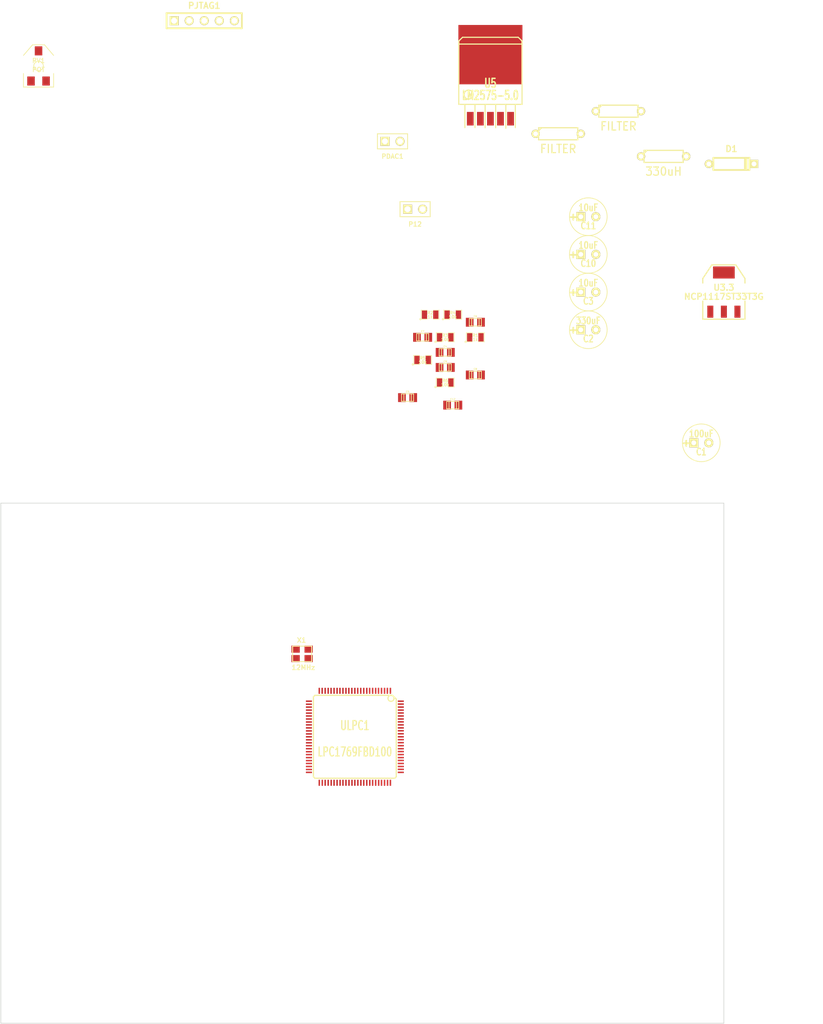
<source format=kicad_pcb>
(kicad_pcb (version 3) (host pcbnew "(2013-07-07 BZR 4022)-stable")

  (general
    (links 74)
    (no_connects 74)
    (area 0 0 0 0)
    (thickness 1.6)
    (drawings 6)
    (tracks 0)
    (zones 0)
    (modules 30)
    (nets 18)
  )

  (page A3)
  (layers
    (15 F.Cu signal)
    (0 B.Cu signal)
    (16 B.Adhes user)
    (17 F.Adhes user)
    (18 B.Paste user)
    (19 F.Paste user)
    (20 B.SilkS user)
    (21 F.SilkS user)
    (22 B.Mask user)
    (23 F.Mask user)
    (24 Dwgs.User user)
    (25 Cmts.User user)
    (26 Eco1.User user)
    (27 Eco2.User user)
    (28 Edge.Cuts user)
  )

  (setup
    (last_trace_width 0.254)
    (user_trace_width 0.635)
    (user_trace_width 1.27)
    (user_trace_width 1.905)
    (trace_clearance 0.254)
    (zone_clearance 0.508)
    (zone_45_only no)
    (trace_min 0.254)
    (segment_width 0.2)
    (edge_width 0.1)
    (via_size 0.889)
    (via_drill 0.635)
    (via_min_size 0.889)
    (via_min_drill 0.508)
    (uvia_size 0.508)
    (uvia_drill 0.127)
    (uvias_allowed no)
    (uvia_min_size 0.508)
    (uvia_min_drill 0.127)
    (pcb_text_width 0.3)
    (pcb_text_size 1.5 1.5)
    (mod_edge_width 0.15)
    (mod_text_size 1 1)
    (mod_text_width 0.15)
    (pad_size 1.5 1.5)
    (pad_drill 0.6)
    (pad_to_mask_clearance 0)
    (aux_axis_origin 0 0)
    (visible_elements 7FFFFFFF)
    (pcbplotparams
      (layerselection 3178497)
      (usegerberextensions true)
      (excludeedgelayer true)
      (linewidth 0.150000)
      (plotframeref false)
      (viasonmask false)
      (mode 1)
      (useauxorigin false)
      (hpglpennumber 1)
      (hpglpenspeed 20)
      (hpglpendiameter 15)
      (hpglpenoverlay 2)
      (psnegative false)
      (psa4output false)
      (plotreference true)
      (plotvalue true)
      (plotothertext true)
      (plotinvisibletext false)
      (padsonsilk false)
      (subtractmaskfromsilk false)
      (outputformat 1)
      (mirror false)
      (drillshape 0)
      (scaleselection 1)
      (outputdirectory ""))
  )

  (net 0 "")
  (net 1 +3.3V)
  (net 2 +3.3VADC)
  (net 3 +5V)
  (net 4 GND)
  (net 5 GNDA)
  (net 6 N-000002)
  (net 7 N-0000028)
  (net 8 N-000003)
  (net 9 N-0000031)
  (net 10 N-0000032)
  (net 11 N-0000034)
  (net 12 N-0000086)
  (net 13 N-0000087)
  (net 14 N-0000088)
  (net 15 N-0000089)
  (net 16 N-0000091)
  (net 17 N-0000092)

  (net_class Default "This is the default net class."
    (clearance 0.254)
    (trace_width 0.254)
    (via_dia 0.889)
    (via_drill 0.635)
    (uvia_dia 0.508)
    (uvia_drill 0.127)
    (add_net "")
    (add_net +3.3V)
    (add_net +3.3VADC)
    (add_net +5V)
    (add_net GND)
    (add_net GNDA)
    (add_net N-000002)
    (add_net N-0000028)
    (add_net N-000003)
    (add_net N-0000031)
    (add_net N-0000032)
    (add_net N-0000034)
    (add_net N-0000086)
    (add_net N-0000087)
    (add_net N-0000088)
    (add_net N-0000089)
    (add_net N-0000091)
    (add_net N-0000092)
  )

  (module TQFP_100 (layer F.Cu) (tedit 48A96DC3) (tstamp 55F731BD)
    (at 200.66 186.69)
    (descr "Module SMD TQFP 100 Pins")
    (tags "CMS TQFP")
    (path /55F71163)
    (attr smd)
    (fp_text reference ULPC1 (at 0 -1.905) (layer F.SilkS)
      (effects (font (size 1.524 1.016) (thickness 0.2032)))
    )
    (fp_text value LPC1769FBD100 (at 0 2.54) (layer F.SilkS)
      (effects (font (size 1.524 1.016) (thickness 0.2032)))
    )
    (fp_circle (center 6.096 -6.477) (end 6.096 -6.985) (layer F.SilkS) (width 0.2032))
    (fp_line (start 6.985 -6.35) (end 6.35 -6.985) (layer F.SilkS) (width 0.2032))
    (fp_line (start -6.985 -6.731) (end -6.731 -6.985) (layer F.SilkS) (width 0.2032))
    (fp_line (start -6.985 6.731) (end -6.731 6.985) (layer F.SilkS) (width 0.2032))
    (fp_line (start 6.731 6.985) (end 6.985 6.731) (layer F.SilkS) (width 0.2032))
    (fp_line (start 6.35 -6.985) (end -6.731 -6.985) (layer F.SilkS) (width 0.2032))
    (fp_line (start -6.985 -6.731) (end -6.985 6.731) (layer F.SilkS) (width 0.2032))
    (fp_line (start -6.731 6.985) (end 6.731 6.985) (layer F.SilkS) (width 0.2032))
    (fp_line (start 6.985 6.731) (end 6.985 -6.35) (layer F.SilkS) (width 0.2032))
    (pad 100 smd rect (at 7.747 -5.9944) (size 1.016 0.254)
      (layers F.Cu F.Paste F.Mask)
      (net 9 N-0000031)
    )
    (pad 76 smd rect (at 7.747 5.9944) (size 1.016 0.254)
      (layers F.Cu F.Paste F.Mask)
    )
    (pad 77 smd rect (at 7.747 5.4864) (size 1.016 0.254)
      (layers F.Cu F.Paste F.Mask)
    )
    (pad 78 smd rect (at 7.747 5.0038) (size 1.016 0.254)
      (layers F.Cu F.Paste F.Mask)
    )
    (pad 79 smd rect (at 7.747 4.4958) (size 1.016 0.254)
      (layers F.Cu F.Paste F.Mask)
    )
    (pad 80 smd rect (at 7.747 3.9878) (size 1.016 0.254)
      (layers F.Cu F.Paste F.Mask)
    )
    (pad 81 smd rect (at 7.747 3.5052) (size 1.016 0.254)
      (layers F.Cu F.Paste F.Mask)
    )
    (pad 82 smd rect (at 7.747 2.9972) (size 1.016 0.254)
      (layers F.Cu F.Paste F.Mask)
    )
    (pad 83 smd rect (at 7.747 2.4892) (size 1.016 0.254)
      (layers F.Cu F.Paste F.Mask)
      (net 4 GND)
    )
    (pad 84 smd rect (at 7.747 2.0066) (size 1.016 0.254)
      (layers F.Cu F.Paste F.Mask)
      (net 1 +3.3V)
    )
    (pad 85 smd rect (at 7.747 1.4986) (size 1.016 0.254)
      (layers F.Cu F.Paste F.Mask)
    )
    (pad 86 smd rect (at 7.747 0.9906) (size 1.016 0.254)
      (layers F.Cu F.Paste F.Mask)
    )
    (pad 87 smd rect (at 7.747 0.4826) (size 1.016 0.254)
      (layers F.Cu F.Paste F.Mask)
    )
    (pad 88 smd rect (at 7.747 0) (size 1.016 0.254)
      (layers F.Cu F.Paste F.Mask)
    )
    (pad 89 smd rect (at 7.747 -0.508) (size 1.016 0.254)
      (layers F.Cu F.Paste F.Mask)
    )
    (pad 90 smd rect (at 7.747 -1.016) (size 1.016 0.254)
      (layers F.Cu F.Paste F.Mask)
    )
    (pad 91 smd rect (at 7.747 -1.4986) (size 1.016 0.254)
      (layers F.Cu F.Paste F.Mask)
    )
    (pad 92 smd rect (at 7.747 -2.0066) (size 1.016 0.254)
      (layers F.Cu F.Paste F.Mask)
    )
    (pad 93 smd rect (at 7.747 -2.5146) (size 1.016 0.254)
      (layers F.Cu F.Paste F.Mask)
    )
    (pad 94 smd rect (at 7.747 -2.9972) (size 1.016 0.254)
      (layers F.Cu F.Paste F.Mask)
    )
    (pad 95 smd rect (at 7.747 -3.5052) (size 1.016 0.254)
      (layers F.Cu F.Paste F.Mask)
    )
    (pad 96 smd rect (at 7.747 -4.0132) (size 1.016 0.254)
      (layers F.Cu F.Paste F.Mask)
      (net 1 +3.3V)
    )
    (pad 97 smd rect (at 7.747 -4.4958) (size 1.016 0.254)
      (layers F.Cu F.Paste F.Mask)
      (net 4 GND)
    )
    (pad 98 smd rect (at 7.747 -5.0038) (size 1.016 0.254)
      (layers F.Cu F.Paste F.Mask)
    )
    (pad 99 smd rect (at 7.747 -5.5118) (size 1.016 0.254)
      (layers F.Cu F.Paste F.Mask)
    )
    (pad 75 smd rect (at 5.9944 7.747) (size 0.254 1.016)
      (layers F.Cu F.Paste F.Mask)
    )
    (pad 51 smd rect (at -5.9944 7.747) (size 0.254 1.016)
      (layers F.Cu F.Paste F.Mask)
    )
    (pad 52 smd rect (at -5.4864 7.747) (size 0.254 1.016)
      (layers F.Cu F.Paste F.Mask)
    )
    (pad 53 smd rect (at -5.0038 7.747) (size 0.254 1.016)
      (layers F.Cu F.Paste F.Mask)
    )
    (pad 54 smd rect (at -4.4958 7.747) (size 0.254 1.016)
      (layers F.Cu F.Paste F.Mask)
      (net 1 +3.3V)
    )
    (pad 55 smd rect (at -3.9878 7.747) (size 0.254 1.016)
      (layers F.Cu F.Paste F.Mask)
      (net 4 GND)
    )
    (pad 56 smd rect (at -3.5052 7.747) (size 0.254 1.016)
      (layers F.Cu F.Paste F.Mask)
    )
    (pad 57 smd rect (at -2.9972 7.747) (size 0.254 1.016)
      (layers F.Cu F.Paste F.Mask)
    )
    (pad 58 smd rect (at -2.4892 7.747) (size 0.254 1.016)
      (layers F.Cu F.Paste F.Mask)
    )
    (pad 59 smd rect (at -2.0066 7.747) (size 0.254 1.016)
      (layers F.Cu F.Paste F.Mask)
    )
    (pad 60 smd rect (at -1.4986 7.747) (size 0.254 1.016)
      (layers F.Cu F.Paste F.Mask)
    )
    (pad 61 smd rect (at -0.9906 7.747) (size 0.254 1.016)
      (layers F.Cu F.Paste F.Mask)
    )
    (pad 62 smd rect (at -0.4826 7.747) (size 0.254 1.016)
      (layers F.Cu F.Paste F.Mask)
    )
    (pad 63 smd rect (at 0 7.747) (size 0.254 1.016)
      (layers F.Cu F.Paste F.Mask)
    )
    (pad 64 smd rect (at 0.508 7.747) (size 0.254 1.016)
      (layers F.Cu F.Paste F.Mask)
    )
    (pad 65 smd rect (at 1.016 7.747) (size 0.254 1.016)
      (layers F.Cu F.Paste F.Mask)
    )
    (pad 66 smd rect (at 1.4986 7.747) (size 0.254 1.016)
      (layers F.Cu F.Paste F.Mask)
    )
    (pad 67 smd rect (at 2.0066 7.747) (size 0.254 1.016)
      (layers F.Cu F.Paste F.Mask)
    )
    (pad 68 smd rect (at 2.5146 7.747) (size 0.254 1.016)
      (layers F.Cu F.Paste F.Mask)
    )
    (pad 69 smd rect (at 2.9972 7.747) (size 0.254 1.016)
      (layers F.Cu F.Paste F.Mask)
    )
    (pad 70 smd rect (at 3.5052 7.747) (size 0.254 1.016)
      (layers F.Cu F.Paste F.Mask)
    )
    (pad 71 smd rect (at 4.0132 7.747) (size 0.254 1.016)
      (layers F.Cu F.Paste F.Mask)
      (net 1 +3.3V)
    )
    (pad 72 smd rect (at 4.4958 7.747) (size 0.254 1.016)
      (layers F.Cu F.Paste F.Mask)
      (net 4 GND)
    )
    (pad 73 smd rect (at 5.0038 7.747) (size 0.254 1.016)
      (layers F.Cu F.Paste F.Mask)
    )
    (pad 74 smd rect (at 5.5118 7.747) (size 0.254 1.016)
      (layers F.Cu F.Paste F.Mask)
    )
    (pad 1 smd rect (at 5.9944 -7.747) (size 0.254 1.016)
      (layers F.Cu F.Paste F.Mask)
      (net 11 N-0000034)
    )
    (pad 2 smd rect (at 5.4864 -7.747) (size 0.254 1.016)
      (layers F.Cu F.Paste F.Mask)
      (net 7 N-0000028)
    )
    (pad 3 smd rect (at 5.0038 -7.747) (size 0.254 1.016)
      (layers F.Cu F.Paste F.Mask)
      (net 10 N-0000032)
    )
    (pad 4 smd rect (at 4.4958 -7.747) (size 0.254 1.016)
      (layers F.Cu F.Paste F.Mask)
    )
    (pad 5 smd rect (at 3.9878 -7.747) (size 0.254 1.016)
      (layers F.Cu F.Paste F.Mask)
    )
    (pad 6 smd rect (at 3.5052 -7.747) (size 0.254 1.016)
      (layers F.Cu F.Paste F.Mask)
      (net 8 N-000003)
    )
    (pad 7 smd rect (at 2.9972 -7.747) (size 0.254 1.016)
      (layers F.Cu F.Paste F.Mask)
    )
    (pad 8 smd rect (at 2.4892 -7.747) (size 0.254 1.016)
      (layers F.Cu F.Paste F.Mask)
      (net 17 N-0000092)
    )
    (pad 9 smd rect (at 2.0066 -7.747) (size 0.254 1.016)
      (layers F.Cu F.Paste F.Mask)
    )
    (pad 10 smd rect (at 1.4986 -7.747) (size 0.254 1.016)
      (layers F.Cu F.Paste F.Mask)
      (net 2 +3.3VADC)
    )
    (pad 11 smd rect (at 0.9906 -7.747) (size 0.254 1.016)
      (layers F.Cu F.Paste F.Mask)
      (net 5 GNDA)
    )
    (pad 12 smd rect (at 0.4826 -7.747) (size 0.254 1.016)
      (layers F.Cu F.Paste F.Mask)
      (net 2 +3.3VADC)
    )
    (pad 13 smd rect (at 0 -7.747) (size 0.254 1.016)
      (layers F.Cu F.Paste F.Mask)
    )
    (pad 14 smd rect (at -0.508 -7.747) (size 0.254 1.016)
      (layers F.Cu F.Paste F.Mask)
    )
    (pad 15 smd rect (at -1.016 -7.747) (size 0.254 1.016)
      (layers F.Cu F.Paste F.Mask)
      (net 5 GNDA)
    )
    (pad 16 smd rect (at -1.4986 -7.747) (size 0.254 1.016)
      (layers F.Cu F.Paste F.Mask)
    )
    (pad 17 smd rect (at -2.0066 -7.747) (size 0.254 1.016)
      (layers F.Cu F.Paste F.Mask)
    )
    (pad 18 smd rect (at -2.5146 -7.747) (size 0.254 1.016)
      (layers F.Cu F.Paste F.Mask)
    )
    (pad 19 smd rect (at -2.9972 -7.747) (size 0.254 1.016)
      (layers F.Cu F.Paste F.Mask)
    )
    (pad 20 smd rect (at -3.5052 -7.747) (size 0.254 1.016)
      (layers F.Cu F.Paste F.Mask)
    )
    (pad 21 smd rect (at -4.0132 -7.747) (size 0.254 1.016)
      (layers F.Cu F.Paste F.Mask)
    )
    (pad 22 smd rect (at -4.4958 -7.747) (size 0.254 1.016)
      (layers F.Cu F.Paste F.Mask)
      (net 14 N-0000088)
    )
    (pad 23 smd rect (at -5.0038 -7.747) (size 0.254 1.016)
      (layers F.Cu F.Paste F.Mask)
      (net 16 N-0000091)
    )
    (pad 24 smd rect (at -5.5118 -7.747) (size 0.254 1.016)
      (layers F.Cu F.Paste F.Mask)
    )
    (pad 25 smd rect (at -5.9944 -7.747) (size 0.254 1.016)
      (layers F.Cu F.Paste F.Mask)
    )
    (pad 26 smd rect (at -7.747 -5.9944) (size 1.016 0.254)
      (layers F.Cu F.Paste F.Mask)
    )
    (pad 27 smd rect (at -7.747 -5.4864) (size 1.016 0.254)
      (layers F.Cu F.Paste F.Mask)
    )
    (pad 28 smd rect (at -7.747 -5.0038) (size 1.016 0.254)
      (layers F.Cu F.Paste F.Mask)
      (net 1 +3.3V)
    )
    (pad 29 smd rect (at -7.747 -4.4958) (size 1.016 0.254)
      (layers F.Cu F.Paste F.Mask)
    )
    (pad 30 smd rect (at -7.747 -3.9878) (size 1.016 0.254)
      (layers F.Cu F.Paste F.Mask)
    )
    (pad 31 smd rect (at -7.747 -3.5052) (size 1.016 0.254)
      (layers F.Cu F.Paste F.Mask)
      (net 4 GND)
    )
    (pad 32 smd rect (at -7.747 -2.9972) (size 1.016 0.254)
      (layers F.Cu F.Paste F.Mask)
    )
    (pad 33 smd rect (at -7.747 -2.4892) (size 1.016 0.254)
      (layers F.Cu F.Paste F.Mask)
    )
    (pad 34 smd rect (at -7.747 -2.0066) (size 1.016 0.254)
      (layers F.Cu F.Paste F.Mask)
    )
    (pad 35 smd rect (at -7.747 -1.4986) (size 1.016 0.254)
      (layers F.Cu F.Paste F.Mask)
    )
    (pad 36 smd rect (at -7.747 -0.9906) (size 1.016 0.254)
      (layers F.Cu F.Paste F.Mask)
    )
    (pad 37 smd rect (at -7.747 -0.4826) (size 1.016 0.254)
      (layers F.Cu F.Paste F.Mask)
    )
    (pad 38 smd rect (at -7.747 0) (size 1.016 0.254)
      (layers F.Cu F.Paste F.Mask)
    )
    (pad 39 smd rect (at -7.747 0.508) (size 1.016 0.254)
      (layers F.Cu F.Paste F.Mask)
    )
    (pad 40 smd rect (at -7.747 1.016) (size 1.016 0.254)
      (layers F.Cu F.Paste F.Mask)
    )
    (pad 41 smd rect (at -7.747 1.4986) (size 1.016 0.254)
      (layers F.Cu F.Paste F.Mask)
      (net 4 GND)
    )
    (pad 42 smd rect (at -7.747 2.0066) (size 1.016 0.254)
      (layers F.Cu F.Paste F.Mask)
      (net 1 +3.3V)
    )
    (pad 43 smd rect (at -7.747 2.5146) (size 1.016 0.254)
      (layers F.Cu F.Paste F.Mask)
    )
    (pad 44 smd rect (at -7.747 2.9972) (size 1.016 0.254)
      (layers F.Cu F.Paste F.Mask)
    )
    (pad 45 smd rect (at -7.747 3.5052) (size 1.016 0.254)
      (layers F.Cu F.Paste F.Mask)
    )
    (pad 46 smd rect (at -7.747 4.0132) (size 1.016 0.254)
      (layers F.Cu F.Paste F.Mask)
    )
    (pad 47 smd rect (at -7.747 4.4958) (size 1.016 0.254)
      (layers F.Cu F.Paste F.Mask)
    )
    (pad 48 smd rect (at -7.747 5.0038) (size 1.016 0.254)
      (layers F.Cu F.Paste F.Mask)
    )
    (pad 49 smd rect (at -7.747 5.5118) (size 1.016 0.254)
      (layers F.Cu F.Paste F.Mask)
    )
    (pad 50 smd rect (at -7.747 5.9944) (size 1.016 0.254)
      (layers F.Cu F.Paste F.Mask)
    )
    (model smd/TQFP_100.wrl
      (at (xyz 0 0 0.001))
      (scale (xyz 0.3937 0.3937 0.3937))
      (rotate (xyz 0 0 180))
    )
  )

  (module TO263-5 (layer F.Cu) (tedit 4FBE28E0) (tstamp 55F731D7)
    (at 223.52 82.55)
    (path /55F70183)
    (attr smd)
    (fp_text reference U5 (at 0 -5.969) (layer F.SilkS)
      (effects (font (size 1.524 1.016) (thickness 0.254)))
    )
    (fp_text value LM2575-5.0 (at 0 -3.937) (layer F.SilkS)
      (effects (font (size 1.524 1.016) (thickness 0.254)))
    )
    (fp_line (start 4.20116 -2.4003) (end 4.20116 1.50114) (layer F.SilkS) (width 0.19812))
    (fp_line (start 2.60096 -2.4003) (end 2.60096 1.6002) (layer F.SilkS) (width 0.19812))
    (fp_line (start -4.30022 -2.4003) (end -4.30022 1.50114) (layer F.SilkS) (width 0.19812))
    (fp_line (start -2.60096 -2.4003) (end -2.60096 1.50114) (layer F.SilkS) (width 0.19812))
    (fp_line (start -0.889 -2.413) (end -0.889 1.524) (layer F.SilkS) (width 0.19812))
    (fp_line (start 0.889 1.524) (end 0.889 -2.413) (layer F.SilkS) (width 0.19812))
    (fp_circle (center -3.683 -4.064) (end -3.683 -3.302) (layer F.SilkS) (width 0.19812))
    (fp_line (start -5.334 -2.413) (end -5.334 -13.081) (layer F.SilkS) (width 0.19812))
    (fp_line (start -5.334 -13.081) (end -4.699 -13.716) (layer F.SilkS) (width 0.19812))
    (fp_line (start -4.699 -13.716) (end 4.318 -13.716) (layer F.SilkS) (width 0.19812))
    (fp_line (start 4.318 -13.716) (end 4.572 -13.716) (layer F.SilkS) (width 0.19812))
    (fp_line (start 4.572 -13.716) (end 4.699 -13.716) (layer F.SilkS) (width 0.19812))
    (fp_line (start 4.699 -13.716) (end 5.334 -13.081) (layer F.SilkS) (width 0.19812))
    (fp_line (start 5.334 -13.081) (end 5.334 -2.413) (layer F.SilkS) (width 0.19812))
    (fp_line (start -5.334 -2.413) (end 5.334 -2.413) (layer F.SilkS) (width 0.19812))
    (fp_line (start 5.334 -12.573) (end -5.334 -12.573) (layer F.SilkS) (width 0.19812))
    (pad 2 smd rect (at -1.69926 0) (size 1.143 2.286)
      (layers F.Cu F.Paste F.Mask)
      (net 13 N-0000087)
    )
    (pad 3 smd rect (at 0 -10.795) (size 10.80008 9.99998)
      (layers F.Cu F.Paste F.Mask)
      (net 4 GND)
    )
    (pad 4 smd rect (at 1.69926 0) (size 1.143 2.286)
      (layers F.Cu F.Paste F.Mask)
      (net 3 +5V)
    )
    (pad 3 smd rect (at 0 0) (size 1.143 2.286)
      (layers F.Cu F.Paste F.Mask)
      (net 4 GND)
    )
    (pad 1 smd rect (at -3.40106 0) (size 1.143 2.286)
      (layers F.Cu F.Paste F.Mask)
      (net 12 N-0000086)
    )
    (pad 5 smd rect (at 3.40106 0) (size 1.143 2.286)
      (layers F.Cu F.Paste F.Mask)
      (net 4 GND)
    )
  )

  (module SOT223 (layer F.Cu) (tedit 200000) (tstamp 55F731E7)
    (at 262.89 111.76)
    (descr "module CMS SOT223 4 pins")
    (tags "CMS SOT")
    (path /55F7155F)
    (attr smd)
    (fp_text reference U3.3 (at 0 -0.762) (layer F.SilkS)
      (effects (font (size 1.016 1.016) (thickness 0.2032)))
    )
    (fp_text value NCP1117ST33T3G (at 0 0.762) (layer F.SilkS)
      (effects (font (size 1.016 1.016) (thickness 0.2032)))
    )
    (fp_line (start -3.556 1.524) (end -3.556 4.572) (layer F.SilkS) (width 0.2032))
    (fp_line (start -3.556 4.572) (end 3.556 4.572) (layer F.SilkS) (width 0.2032))
    (fp_line (start 3.556 4.572) (end 3.556 1.524) (layer F.SilkS) (width 0.2032))
    (fp_line (start -3.556 -1.524) (end -3.556 -2.286) (layer F.SilkS) (width 0.2032))
    (fp_line (start -3.556 -2.286) (end -2.032 -4.572) (layer F.SilkS) (width 0.2032))
    (fp_line (start -2.032 -4.572) (end 2.032 -4.572) (layer F.SilkS) (width 0.2032))
    (fp_line (start 2.032 -4.572) (end 3.556 -2.286) (layer F.SilkS) (width 0.2032))
    (fp_line (start 3.556 -2.286) (end 3.556 -1.524) (layer F.SilkS) (width 0.2032))
    (pad 4 smd rect (at 0 -3.302) (size 3.6576 2.032)
      (layers F.Cu F.Paste F.Mask)
    )
    (pad 2 smd rect (at 0 3.302) (size 1.016 2.032)
      (layers F.Cu F.Paste F.Mask)
      (net 1 +3.3V)
    )
    (pad 3 smd rect (at 2.286 3.302) (size 1.016 2.032)
      (layers F.Cu F.Paste F.Mask)
      (net 3 +5V)
    )
    (pad 1 smd rect (at -2.286 3.302) (size 1.016 2.032)
      (layers F.Cu F.Paste F.Mask)
      (net 4 GND)
    )
    (model smd/SOT223.wrl
      (at (xyz 0 0 0))
      (scale (xyz 0.4 0.4 0.4))
      (rotate (xyz 0 0 0))
    )
  )

  (module SM0805 (layer F.Cu) (tedit 5091495C) (tstamp 55F731F4)
    (at 215.9 119.38)
    (path /55F7363D)
    (attr smd)
    (fp_text reference R3 (at 0 -0.3175) (layer F.SilkS)
      (effects (font (size 0.50038 0.50038) (thickness 0.10922)))
    )
    (fp_text value 10k (at 0 0.381) (layer F.SilkS)
      (effects (font (size 0.50038 0.50038) (thickness 0.10922)))
    )
    (fp_circle (center -1.651 0.762) (end -1.651 0.635) (layer F.SilkS) (width 0.09906))
    (fp_line (start -0.508 0.762) (end -1.524 0.762) (layer F.SilkS) (width 0.09906))
    (fp_line (start -1.524 0.762) (end -1.524 -0.762) (layer F.SilkS) (width 0.09906))
    (fp_line (start -1.524 -0.762) (end -0.508 -0.762) (layer F.SilkS) (width 0.09906))
    (fp_line (start 0.508 -0.762) (end 1.524 -0.762) (layer F.SilkS) (width 0.09906))
    (fp_line (start 1.524 -0.762) (end 1.524 0.762) (layer F.SilkS) (width 0.09906))
    (fp_line (start 1.524 0.762) (end 0.508 0.762) (layer F.SilkS) (width 0.09906))
    (pad 1 smd rect (at -0.9525 0) (size 0.889 1.397)
      (layers F.Cu F.Paste F.Mask)
      (net 9 N-0000031)
    )
    (pad 2 smd rect (at 0.9525 0) (size 0.889 1.397)
      (layers F.Cu F.Paste F.Mask)
      (net 4 GND)
    )
    (model smd/chip_cms.wrl
      (at (xyz 0 0 0))
      (scale (xyz 0.1 0.1 0.1))
      (rotate (xyz 0 0 0))
    )
  )

  (module SM0805 (layer F.Cu) (tedit 5091495C) (tstamp 55F73201)
    (at 215.9 127)
    (path /55F7362E)
    (attr smd)
    (fp_text reference R6 (at 0 -0.3175) (layer F.SilkS)
      (effects (font (size 0.50038 0.50038) (thickness 0.10922)))
    )
    (fp_text value 10k (at 0 0.381) (layer F.SilkS)
      (effects (font (size 0.50038 0.50038) (thickness 0.10922)))
    )
    (fp_circle (center -1.651 0.762) (end -1.651 0.635) (layer F.SilkS) (width 0.09906))
    (fp_line (start -0.508 0.762) (end -1.524 0.762) (layer F.SilkS) (width 0.09906))
    (fp_line (start -1.524 0.762) (end -1.524 -0.762) (layer F.SilkS) (width 0.09906))
    (fp_line (start -1.524 -0.762) (end -0.508 -0.762) (layer F.SilkS) (width 0.09906))
    (fp_line (start 0.508 -0.762) (end 1.524 -0.762) (layer F.SilkS) (width 0.09906))
    (fp_line (start 1.524 -0.762) (end 1.524 0.762) (layer F.SilkS) (width 0.09906))
    (fp_line (start 1.524 0.762) (end 0.508 0.762) (layer F.SilkS) (width 0.09906))
    (pad 1 smd rect (at -0.9525 0) (size 0.889 1.397)
      (layers F.Cu F.Paste F.Mask)
      (net 1 +3.3V)
    )
    (pad 2 smd rect (at 0.9525 0) (size 0.889 1.397)
      (layers F.Cu F.Paste F.Mask)
      (net 11 N-0000034)
    )
    (model smd/chip_cms.wrl
      (at (xyz 0 0 0))
      (scale (xyz 0.1 0.1 0.1))
      (rotate (xyz 0 0 0))
    )
  )

  (module SM0805 (layer F.Cu) (tedit 5091495C) (tstamp 55F7320E)
    (at 217.17 115.57)
    (path /55F73606)
    (attr smd)
    (fp_text reference R4 (at 0 -0.3175) (layer F.SilkS)
      (effects (font (size 0.50038 0.50038) (thickness 0.10922)))
    )
    (fp_text value 10k (at 0 0.381) (layer F.SilkS)
      (effects (font (size 0.50038 0.50038) (thickness 0.10922)))
    )
    (fp_circle (center -1.651 0.762) (end -1.651 0.635) (layer F.SilkS) (width 0.09906))
    (fp_line (start -0.508 0.762) (end -1.524 0.762) (layer F.SilkS) (width 0.09906))
    (fp_line (start -1.524 0.762) (end -1.524 -0.762) (layer F.SilkS) (width 0.09906))
    (fp_line (start -1.524 -0.762) (end -0.508 -0.762) (layer F.SilkS) (width 0.09906))
    (fp_line (start 0.508 -0.762) (end 1.524 -0.762) (layer F.SilkS) (width 0.09906))
    (fp_line (start 1.524 -0.762) (end 1.524 0.762) (layer F.SilkS) (width 0.09906))
    (fp_line (start 1.524 0.762) (end 0.508 0.762) (layer F.SilkS) (width 0.09906))
    (pad 1 smd rect (at -0.9525 0) (size 0.889 1.397)
      (layers F.Cu F.Paste F.Mask)
      (net 1 +3.3V)
    )
    (pad 2 smd rect (at 0.9525 0) (size 0.889 1.397)
      (layers F.Cu F.Paste F.Mask)
      (net 10 N-0000032)
    )
    (model smd/chip_cms.wrl
      (at (xyz 0 0 0))
      (scale (xyz 0.1 0.1 0.1))
      (rotate (xyz 0 0 0))
    )
  )

  (module SM0805 (layer F.Cu) (tedit 5091495C) (tstamp 55F7321B)
    (at 212.09 123.19)
    (path /55F735F7)
    (attr smd)
    (fp_text reference R5 (at 0 -0.3175) (layer F.SilkS)
      (effects (font (size 0.50038 0.50038) (thickness 0.10922)))
    )
    (fp_text value 10k (at 0 0.381) (layer F.SilkS)
      (effects (font (size 0.50038 0.50038) (thickness 0.10922)))
    )
    (fp_circle (center -1.651 0.762) (end -1.651 0.635) (layer F.SilkS) (width 0.09906))
    (fp_line (start -0.508 0.762) (end -1.524 0.762) (layer F.SilkS) (width 0.09906))
    (fp_line (start -1.524 0.762) (end -1.524 -0.762) (layer F.SilkS) (width 0.09906))
    (fp_line (start -1.524 -0.762) (end -0.508 -0.762) (layer F.SilkS) (width 0.09906))
    (fp_line (start 0.508 -0.762) (end 1.524 -0.762) (layer F.SilkS) (width 0.09906))
    (fp_line (start 1.524 -0.762) (end 1.524 0.762) (layer F.SilkS) (width 0.09906))
    (fp_line (start 1.524 0.762) (end 0.508 0.762) (layer F.SilkS) (width 0.09906))
    (pad 1 smd rect (at -0.9525 0) (size 0.889 1.397)
      (layers F.Cu F.Paste F.Mask)
      (net 1 +3.3V)
    )
    (pad 2 smd rect (at 0.9525 0) (size 0.889 1.397)
      (layers F.Cu F.Paste F.Mask)
      (net 7 N-0000028)
    )
    (model smd/chip_cms.wrl
      (at (xyz 0 0 0))
      (scale (xyz 0.1 0.1 0.1))
      (rotate (xyz 0 0 0))
    )
  )

  (module SM0805 (layer F.Cu) (tedit 5091495C) (tstamp 55F73228)
    (at 213.36 115.57)
    (path /55F72D94)
    (attr smd)
    (fp_text reference R2 (at 0 -0.3175) (layer F.SilkS)
      (effects (font (size 0.50038 0.50038) (thickness 0.10922)))
    )
    (fp_text value 1k (at 0 0.381) (layer F.SilkS)
      (effects (font (size 0.50038 0.50038) (thickness 0.10922)))
    )
    (fp_circle (center -1.651 0.762) (end -1.651 0.635) (layer F.SilkS) (width 0.09906))
    (fp_line (start -0.508 0.762) (end -1.524 0.762) (layer F.SilkS) (width 0.09906))
    (fp_line (start -1.524 0.762) (end -1.524 -0.762) (layer F.SilkS) (width 0.09906))
    (fp_line (start -1.524 -0.762) (end -0.508 -0.762) (layer F.SilkS) (width 0.09906))
    (fp_line (start 0.508 -0.762) (end 1.524 -0.762) (layer F.SilkS) (width 0.09906))
    (fp_line (start 1.524 -0.762) (end 1.524 0.762) (layer F.SilkS) (width 0.09906))
    (fp_line (start 1.524 0.762) (end 0.508 0.762) (layer F.SilkS) (width 0.09906))
    (pad 1 smd rect (at -0.9525 0) (size 0.889 1.397)
      (layers F.Cu F.Paste F.Mask)
      (net 6 N-000002)
    )
    (pad 2 smd rect (at 0.9525 0) (size 0.889 1.397)
      (layers F.Cu F.Paste F.Mask)
      (net 8 N-000003)
    )
    (model smd/chip_cms.wrl
      (at (xyz 0 0 0))
      (scale (xyz 0.1 0.1 0.1))
      (rotate (xyz 0 0 0))
    )
  )

  (module SM0805 (layer F.Cu) (tedit 5091495C) (tstamp 55F73235)
    (at 220.98 119.38)
    (path /55F716B1)
    (attr smd)
    (fp_text reference R1 (at 0 -0.3175) (layer F.SilkS)
      (effects (font (size 0.50038 0.50038) (thickness 0.10922)))
    )
    (fp_text value 1k (at 0 0.381) (layer F.SilkS)
      (effects (font (size 0.50038 0.50038) (thickness 0.10922)))
    )
    (fp_circle (center -1.651 0.762) (end -1.651 0.635) (layer F.SilkS) (width 0.09906))
    (fp_line (start -0.508 0.762) (end -1.524 0.762) (layer F.SilkS) (width 0.09906))
    (fp_line (start -1.524 0.762) (end -1.524 -0.762) (layer F.SilkS) (width 0.09906))
    (fp_line (start -1.524 -0.762) (end -0.508 -0.762) (layer F.SilkS) (width 0.09906))
    (fp_line (start 0.508 -0.762) (end 1.524 -0.762) (layer F.SilkS) (width 0.09906))
    (fp_line (start 1.524 -0.762) (end 1.524 0.762) (layer F.SilkS) (width 0.09906))
    (fp_line (start 1.524 0.762) (end 0.508 0.762) (layer F.SilkS) (width 0.09906))
    (pad 1 smd rect (at -0.9525 0) (size 0.889 1.397)
      (layers F.Cu F.Paste F.Mask)
      (net 15 N-0000089)
    )
    (pad 2 smd rect (at 0.9525 0) (size 0.889 1.397)
      (layers F.Cu F.Paste F.Mask)
      (net 17 N-0000092)
    )
    (model smd/chip_cms.wrl
      (at (xyz 0 0 0))
      (scale (xyz 0.1 0.1 0.1))
      (rotate (xyz 0 0 0))
    )
  )

  (module R3 (layer F.Cu) (tedit 55F73207) (tstamp 55F73243)
    (at 234.95 85.09)
    (descr "Resitance 3 pas")
    (tags R)
    (path /55F71FE6)
    (autoplace_cost180 10)
    (fp_text reference FB2 (at 0 -2.54) (layer F.SilkS) hide
      (effects (font (size 1.397 1.27) (thickness 0.2032)))
    )
    (fp_text value FILTER (at 0 2.54) (layer F.SilkS)
      (effects (font (size 1.397 1.27) (thickness 0.2032)))
    )
    (fp_line (start -3.81 0) (end -3.302 0) (layer F.SilkS) (width 0.2032))
    (fp_line (start 3.81 0) (end 3.302 0) (layer F.SilkS) (width 0.2032))
    (fp_line (start 3.302 0) (end 3.302 -1.016) (layer F.SilkS) (width 0.2032))
    (fp_line (start 3.302 -1.016) (end -3.302 -1.016) (layer F.SilkS) (width 0.2032))
    (fp_line (start -3.302 -1.016) (end -3.302 1.016) (layer F.SilkS) (width 0.2032))
    (fp_line (start -3.302 1.016) (end 3.302 1.016) (layer F.SilkS) (width 0.2032))
    (fp_line (start 3.302 1.016) (end 3.302 0) (layer F.SilkS) (width 0.2032))
    (fp_line (start -3.302 -0.508) (end -2.794 -1.016) (layer F.SilkS) (width 0.2032))
    (pad 1 thru_hole circle (at -3.81 0) (size 1.397 1.397) (drill 0.8128)
      (layers *.Cu *.Mask F.SilkS)
      (net 4 GND)
    )
    (pad 2 thru_hole circle (at 3.81 0) (size 1.397 1.397) (drill 0.8128)
      (layers *.Cu *.Mask F.SilkS)
      (net 5 GNDA)
    )
    (model discret/resistor.wrl
      (at (xyz 0 0 0))
      (scale (xyz 0.3 0.3 0.3))
      (rotate (xyz 0 0 0))
    )
  )

  (module R3 (layer F.Cu) (tedit 55F7320E) (tstamp 55F73251)
    (at 245.11 81.28)
    (descr "Resitance 3 pas")
    (tags R)
    (path /55F71FD7)
    (autoplace_cost180 10)
    (fp_text reference FB1 (at 0 -2.54) (layer F.SilkS) hide
      (effects (font (size 1.397 1.27) (thickness 0.2032)))
    )
    (fp_text value FILTER (at 0 2.54) (layer F.SilkS)
      (effects (font (size 1.397 1.27) (thickness 0.2032)))
    )
    (fp_line (start -3.81 0) (end -3.302 0) (layer F.SilkS) (width 0.2032))
    (fp_line (start 3.81 0) (end 3.302 0) (layer F.SilkS) (width 0.2032))
    (fp_line (start 3.302 0) (end 3.302 -1.016) (layer F.SilkS) (width 0.2032))
    (fp_line (start 3.302 -1.016) (end -3.302 -1.016) (layer F.SilkS) (width 0.2032))
    (fp_line (start -3.302 -1.016) (end -3.302 1.016) (layer F.SilkS) (width 0.2032))
    (fp_line (start -3.302 1.016) (end 3.302 1.016) (layer F.SilkS) (width 0.2032))
    (fp_line (start 3.302 1.016) (end 3.302 0) (layer F.SilkS) (width 0.2032))
    (fp_line (start -3.302 -0.508) (end -2.794 -1.016) (layer F.SilkS) (width 0.2032))
    (pad 1 thru_hole circle (at -3.81 0) (size 1.397 1.397) (drill 0.8128)
      (layers *.Cu *.Mask F.SilkS)
      (net 1 +3.3V)
    )
    (pad 2 thru_hole circle (at 3.81 0) (size 1.397 1.397) (drill 0.8128)
      (layers *.Cu *.Mask F.SilkS)
      (net 2 +3.3VADC)
    )
    (model discret/resistor.wrl
      (at (xyz 0 0 0))
      (scale (xyz 0.3 0.3 0.3))
      (rotate (xyz 0 0 0))
    )
  )

  (module R3 (layer F.Cu) (tedit 55F73212) (tstamp 55F7325F)
    (at 252.73 88.9)
    (descr "Resitance 3 pas")
    (tags R)
    (path /55F71520)
    (autoplace_cost180 10)
    (fp_text reference L1 (at 0 -2.54) (layer F.SilkS) hide
      (effects (font (size 1.397 1.27) (thickness 0.2032)))
    )
    (fp_text value 330uH (at 0 2.54) (layer F.SilkS)
      (effects (font (size 1.397 1.27) (thickness 0.2032)))
    )
    (fp_line (start -3.81 0) (end -3.302 0) (layer F.SilkS) (width 0.2032))
    (fp_line (start 3.81 0) (end 3.302 0) (layer F.SilkS) (width 0.2032))
    (fp_line (start 3.302 0) (end 3.302 -1.016) (layer F.SilkS) (width 0.2032))
    (fp_line (start 3.302 -1.016) (end -3.302 -1.016) (layer F.SilkS) (width 0.2032))
    (fp_line (start -3.302 -1.016) (end -3.302 1.016) (layer F.SilkS) (width 0.2032))
    (fp_line (start -3.302 1.016) (end 3.302 1.016) (layer F.SilkS) (width 0.2032))
    (fp_line (start 3.302 1.016) (end 3.302 0) (layer F.SilkS) (width 0.2032))
    (fp_line (start -3.302 -0.508) (end -2.794 -1.016) (layer F.SilkS) (width 0.2032))
    (pad 1 thru_hole circle (at -3.81 0) (size 1.397 1.397) (drill 0.8128)
      (layers *.Cu *.Mask F.SilkS)
      (net 13 N-0000087)
    )
    (pad 2 thru_hole circle (at 3.81 0) (size 1.397 1.397) (drill 0.8128)
      (layers *.Cu *.Mask F.SilkS)
      (net 3 +5V)
    )
    (model discret/resistor.wrl
      (at (xyz 0 0 0))
      (scale (xyz 0.3 0.3 0.3))
      (rotate (xyz 0 0 0))
    )
  )

  (module POT_CMS (layer F.Cu) (tedit 3D638D33) (tstamp 55F7326D)
    (at 147.32 73.66)
    (descr "module CMS Potentiometre")
    (tags "CMS POT")
    (path /55F716C0)
    (attr smd)
    (fp_text reference RV1 (at 0 -0.88646) (layer F.SilkS)
      (effects (font (size 0.762 0.762) (thickness 0.127)))
    )
    (fp_text value POT (at 0 0.635) (layer F.SilkS)
      (effects (font (size 0.762 0.762) (thickness 0.127)))
    )
    (fp_line (start -2.54 1.27) (end -2.54 3.556) (layer F.SilkS) (width 0.127))
    (fp_line (start -2.54 3.556) (end 2.54 3.556) (layer F.SilkS) (width 0.127))
    (fp_line (start 2.54 3.556) (end 2.54 1.27) (layer F.SilkS) (width 0.127))
    (fp_line (start -2.54 -1.778) (end -1.016 -3.556) (layer F.SilkS) (width 0.127))
    (fp_line (start -1.016 -3.556) (end 1.016 -3.556) (layer F.SilkS) (width 0.127))
    (fp_line (start 1.016 -3.556) (end 2.54 -1.778) (layer F.SilkS) (width 0.127))
    (fp_circle (center 0 0) (end 0.254 -0.762) (layer F.SilkS) (width 0.127))
    (pad 1 smd rect (at -1.27 2.54) (size 1.27 1.524)
      (layers F.Cu F.Paste F.Mask)
      (net 1 +3.3V)
    )
    (pad 2 smd rect (at 0 -2.54) (size 1.27 1.524)
      (layers F.Cu F.Paste F.Mask)
      (net 15 N-0000089)
    )
    (pad 3 smd rect (at 1.27 2.54) (size 1.27 1.524)
      (layers F.Cu F.Paste F.Mask)
      (net 4 GND)
    )
  )

  (module PIN_ARRAY_5x1 (layer F.Cu) (tedit 45976D86) (tstamp 55F7327A)
    (at 175.26 66.04)
    (descr "Double rangee de contacts 2 x 5 pins")
    (tags CONN)
    (path /55F73AB1)
    (fp_text reference PJTAG1 (at 0 -2.54) (layer F.SilkS)
      (effects (font (size 1.016 1.016) (thickness 0.2032)))
    )
    (fp_text value CONN_5 (at 0 2.54) (layer F.SilkS) hide
      (effects (font (size 1.016 1.016) (thickness 0.2032)))
    )
    (fp_line (start -6.35 -1.27) (end -6.35 1.27) (layer F.SilkS) (width 0.3048))
    (fp_line (start 6.35 1.27) (end 6.35 -1.27) (layer F.SilkS) (width 0.3048))
    (fp_line (start -6.35 -1.27) (end 6.35 -1.27) (layer F.SilkS) (width 0.3048))
    (fp_line (start 6.35 1.27) (end -6.35 1.27) (layer F.SilkS) (width 0.3048))
    (pad 1 thru_hole rect (at -5.08 0) (size 1.524 1.524) (drill 1.016)
      (layers *.Cu *.Mask F.SilkS)
      (net 4 GND)
    )
    (pad 2 thru_hole circle (at -2.54 0) (size 1.524 1.524) (drill 1.016)
      (layers *.Cu *.Mask F.SilkS)
      (net 9 N-0000031)
    )
    (pad 3 thru_hole circle (at 0 0) (size 1.524 1.524) (drill 1.016)
      (layers *.Cu *.Mask F.SilkS)
      (net 10 N-0000032)
    )
    (pad 4 thru_hole circle (at 2.54 0) (size 1.524 1.524) (drill 1.016)
      (layers *.Cu *.Mask F.SilkS)
      (net 7 N-0000028)
    )
    (pad 5 thru_hole circle (at 5.08 0) (size 1.524 1.524) (drill 1.016)
      (layers *.Cu *.Mask F.SilkS)
      (net 11 N-0000034)
    )
    (model pin_array/pins_array_5x1.wrl
      (at (xyz 0 0 0))
      (scale (xyz 1 1 1))
      (rotate (xyz 0 0 0))
    )
  )

  (module PIN_ARRAY_2X1 (layer F.Cu) (tedit 55F731F8) (tstamp 55F73284)
    (at 210.82 97.79)
    (descr "Connecteurs 2 pins")
    (tags "CONN DEV")
    (path /55F721BA)
    (fp_text reference P12 (at 0 2.54) (layer F.SilkS)
      (effects (font (size 0.762 0.762) (thickness 0.1524)))
    )
    (fp_text value 12V (at 0 -1.905) (layer F.SilkS) hide
      (effects (font (size 0.762 0.762) (thickness 0.1524)))
    )
    (fp_line (start -2.54 1.27) (end -2.54 -1.27) (layer F.SilkS) (width 0.1524))
    (fp_line (start -2.54 -1.27) (end 2.54 -1.27) (layer F.SilkS) (width 0.1524))
    (fp_line (start 2.54 -1.27) (end 2.54 1.27) (layer F.SilkS) (width 0.1524))
    (fp_line (start 2.54 1.27) (end -2.54 1.27) (layer F.SilkS) (width 0.1524))
    (pad 1 thru_hole rect (at -1.27 0) (size 1.524 1.524) (drill 1.016)
      (layers *.Cu *.Mask F.SilkS)
      (net 4 GND)
    )
    (pad 2 thru_hole circle (at 1.27 0) (size 1.524 1.524) (drill 1.016)
      (layers *.Cu *.Mask F.SilkS)
      (net 12 N-0000086)
    )
    (model pin_array/pins_array_2x1.wrl
      (at (xyz 0 0 0))
      (scale (xyz 1 1 1))
      (rotate (xyz 0 0 0))
    )
  )

  (module PIN_ARRAY_2X1 (layer F.Cu) (tedit 55F73200) (tstamp 55F7328E)
    (at 207.01 86.36)
    (descr "Connecteurs 2 pins")
    (tags "CONN DEV")
    (path /55F72DB2)
    (fp_text reference PDAC1 (at 0 2.54) (layer F.SilkS)
      (effects (font (size 0.762 0.762) (thickness 0.1524)))
    )
    (fp_text value CONN_2 (at 0 -1.905) (layer F.SilkS) hide
      (effects (font (size 0.762 0.762) (thickness 0.1524)))
    )
    (fp_line (start -2.54 1.27) (end -2.54 -1.27) (layer F.SilkS) (width 0.1524))
    (fp_line (start -2.54 -1.27) (end 2.54 -1.27) (layer F.SilkS) (width 0.1524))
    (fp_line (start 2.54 -1.27) (end 2.54 1.27) (layer F.SilkS) (width 0.1524))
    (fp_line (start 2.54 1.27) (end -2.54 1.27) (layer F.SilkS) (width 0.1524))
    (pad 1 thru_hole rect (at -1.27 0) (size 1.524 1.524) (drill 1.016)
      (layers *.Cu *.Mask F.SilkS)
      (net 5 GNDA)
    )
    (pad 2 thru_hole circle (at 1.27 0) (size 1.524 1.524) (drill 1.016)
      (layers *.Cu *.Mask F.SilkS)
      (net 6 N-000002)
    )
    (model pin_array/pins_array_2x1.wrl
      (at (xyz 0 0 0))
      (scale (xyz 1 1 1))
      (rotate (xyz 0 0 0))
    )
  )

  (module D3 (layer F.Cu) (tedit 55F73217) (tstamp 55F7329E)
    (at 264.16 90.17)
    (descr "Diode 3 pas")
    (tags "DIODE DEV")
    (path /55F71507)
    (fp_text reference D1 (at 0 -2.54) (layer F.SilkS)
      (effects (font (size 1.016 1.016) (thickness 0.2032)))
    )
    (fp_text value 1N5819 (at 0 2.54) (layer F.SilkS) hide
      (effects (font (size 1.016 1.016) (thickness 0.2032)))
    )
    (fp_line (start 3.81 0) (end 3.048 0) (layer F.SilkS) (width 0.3048))
    (fp_line (start 3.048 0) (end 3.048 -1.016) (layer F.SilkS) (width 0.3048))
    (fp_line (start 3.048 -1.016) (end -3.048 -1.016) (layer F.SilkS) (width 0.3048))
    (fp_line (start -3.048 -1.016) (end -3.048 0) (layer F.SilkS) (width 0.3048))
    (fp_line (start -3.048 0) (end -3.81 0) (layer F.SilkS) (width 0.3048))
    (fp_line (start -3.048 0) (end -3.048 1.016) (layer F.SilkS) (width 0.3048))
    (fp_line (start -3.048 1.016) (end 3.048 1.016) (layer F.SilkS) (width 0.3048))
    (fp_line (start 3.048 1.016) (end 3.048 0) (layer F.SilkS) (width 0.3048))
    (fp_line (start 2.54 -1.016) (end 2.54 1.016) (layer F.SilkS) (width 0.3048))
    (fp_line (start 2.286 1.016) (end 2.286 -1.016) (layer F.SilkS) (width 0.3048))
    (pad 2 thru_hole rect (at 3.81 0) (size 1.397 1.397) (drill 0.8128)
      (layers *.Cu *.Mask F.SilkS)
      (net 13 N-0000087)
    )
    (pad 1 thru_hole circle (at -3.81 0) (size 1.397 1.397) (drill 0.8128)
      (layers *.Cu *.Mask F.SilkS)
      (net 4 GND)
    )
    (model discret/diode.wrl
      (at (xyz 0 0 0))
      (scale (xyz 0.3 0.3 0.3))
      (rotate (xyz 0 0 0))
    )
  )

  (module crystal_FA238-TSX3225 (layer F.Cu) (tedit 514AEB06) (tstamp 55F732AA)
    (at 191.77 172.72)
    (descr "crystal Epson Toyocom FA-238 and TSX-3225 series")
    (path /55F717AA)
    (fp_text reference X1 (at -0.1 -2.3) (layer F.SilkS)
      (effects (font (size 0.8 0.8) (thickness 0.15)))
    )
    (fp_text value 12MHz (at 0.2 2.3) (layer F.SilkS)
      (effects (font (size 0.8 0.8) (thickness 0.15)))
    )
    (fp_line (start -1.6 -1.3) (end 1.6 -1.3) (layer F.SilkS) (width 0.15))
    (fp_line (start 1.6 -1.3) (end 1.6 1.3) (layer F.SilkS) (width 0.15))
    (fp_line (start 1.6 1.3) (end -1.6 1.3) (layer F.SilkS) (width 0.15))
    (fp_line (start -1.6 1.3) (end -1.6 -1.3) (layer F.SilkS) (width 0.15))
    (pad 1 smd rect (at -1.1 0.8) (size 1.4 1.2)
      (layers F.Cu F.Paste F.Mask)
      (net 16 N-0000091)
    )
    (pad 3 smd rect (at 1.1 0.8) (size 1.4 1.2)
      (layers F.Cu F.Paste F.Mask)
    )
    (pad 3 smd rect (at -1.1 -0.8) (size 1.4 1.2)
      (layers F.Cu F.Paste F.Mask)
    )
    (pad 2 smd rect (at 1.1 -0.8) (size 1.4 1.2)
      (layers F.Cu F.Paste F.Mask)
      (net 14 N-0000088)
    )
    (model smd/smd_crystal&oscillator/crystal_4pins_smd.wrl
      (at (xyz 0 0 0))
      (scale (xyz 0.24 0.24 0.24))
      (rotate (xyz 0 0 0))
    )
  )

  (module c_0805 (layer F.Cu) (tedit 49047394) (tstamp 55F732B6)
    (at 217.17 130.81)
    (descr "SMT capacitor, 0805")
    (path /55F72516)
    (fp_text reference C12 (at 0 -0.9906) (layer F.SilkS)
      (effects (font (size 0.29972 0.29972) (thickness 0.06096)))
    )
    (fp_text value 100nF (at 0 0.9906) (layer F.SilkS) hide
      (effects (font (size 0.29972 0.29972) (thickness 0.06096)))
    )
    (fp_line (start 0.635 -0.635) (end 0.635 0.635) (layer F.SilkS) (width 0.127))
    (fp_line (start -0.635 -0.635) (end -0.635 0.6096) (layer F.SilkS) (width 0.127))
    (fp_line (start -1.016 -0.635) (end 1.016 -0.635) (layer F.SilkS) (width 0.127))
    (fp_line (start 1.016 -0.635) (end 1.016 0.635) (layer F.SilkS) (width 0.127))
    (fp_line (start 1.016 0.635) (end -1.016 0.635) (layer F.SilkS) (width 0.127))
    (fp_line (start -1.016 0.635) (end -1.016 -0.635) (layer F.SilkS) (width 0.127))
    (pad 1 smd rect (at 0.9525 0) (size 1.30048 1.4986)
      (layers F.Cu F.Paste F.Mask)
      (net 2 +3.3VADC)
    )
    (pad 2 smd rect (at -0.9525 0) (size 1.30048 1.4986)
      (layers F.Cu F.Paste F.Mask)
      (net 5 GNDA)
    )
    (model smd/capacitors/c_0805.wrl
      (at (xyz 0 0 0))
      (scale (xyz 1 1 1))
      (rotate (xyz 0 0 0))
    )
  )

  (module c_0805 (layer F.Cu) (tedit 49047394) (tstamp 55F732C2)
    (at 215.9 124.46)
    (descr "SMT capacitor, 0805")
    (path /55F726B3)
    (fp_text reference C9 (at 0 -0.9906) (layer F.SilkS)
      (effects (font (size 0.29972 0.29972) (thickness 0.06096)))
    )
    (fp_text value 100nF (at 0 0.9906) (layer F.SilkS) hide
      (effects (font (size 0.29972 0.29972) (thickness 0.06096)))
    )
    (fp_line (start 0.635 -0.635) (end 0.635 0.635) (layer F.SilkS) (width 0.127))
    (fp_line (start -0.635 -0.635) (end -0.635 0.6096) (layer F.SilkS) (width 0.127))
    (fp_line (start -1.016 -0.635) (end 1.016 -0.635) (layer F.SilkS) (width 0.127))
    (fp_line (start 1.016 -0.635) (end 1.016 0.635) (layer F.SilkS) (width 0.127))
    (fp_line (start 1.016 0.635) (end -1.016 0.635) (layer F.SilkS) (width 0.127))
    (fp_line (start -1.016 0.635) (end -1.016 -0.635) (layer F.SilkS) (width 0.127))
    (pad 1 smd rect (at 0.9525 0) (size 1.30048 1.4986)
      (layers F.Cu F.Paste F.Mask)
      (net 1 +3.3V)
    )
    (pad 2 smd rect (at -0.9525 0) (size 1.30048 1.4986)
      (layers F.Cu F.Paste F.Mask)
      (net 4 GND)
    )
    (model smd/capacitors/c_0805.wrl
      (at (xyz 0 0 0))
      (scale (xyz 1 1 1))
      (rotate (xyz 0 0 0))
    )
  )

  (module c_0805 (layer F.Cu) (tedit 49047394) (tstamp 55F732CE)
    (at 215.9 121.92)
    (descr "SMT capacitor, 0805")
    (path /55F723B2)
    (fp_text reference C4 (at 0 -0.9906) (layer F.SilkS)
      (effects (font (size 0.29972 0.29972) (thickness 0.06096)))
    )
    (fp_text value 100n (at 0 0.9906) (layer F.SilkS) hide
      (effects (font (size 0.29972 0.29972) (thickness 0.06096)))
    )
    (fp_line (start 0.635 -0.635) (end 0.635 0.635) (layer F.SilkS) (width 0.127))
    (fp_line (start -0.635 -0.635) (end -0.635 0.6096) (layer F.SilkS) (width 0.127))
    (fp_line (start -1.016 -0.635) (end 1.016 -0.635) (layer F.SilkS) (width 0.127))
    (fp_line (start 1.016 -0.635) (end 1.016 0.635) (layer F.SilkS) (width 0.127))
    (fp_line (start 1.016 0.635) (end -1.016 0.635) (layer F.SilkS) (width 0.127))
    (fp_line (start -1.016 0.635) (end -1.016 -0.635) (layer F.SilkS) (width 0.127))
    (pad 1 smd rect (at 0.9525 0) (size 1.30048 1.4986)
      (layers F.Cu F.Paste F.Mask)
      (net 2 +3.3VADC)
    )
    (pad 2 smd rect (at -0.9525 0) (size 1.30048 1.4986)
      (layers F.Cu F.Paste F.Mask)
      (net 5 GNDA)
    )
    (model smd/capacitors/c_0805.wrl
      (at (xyz 0 0 0))
      (scale (xyz 1 1 1))
      (rotate (xyz 0 0 0))
    )
  )

  (module c_0805 (layer F.Cu) (tedit 49047394) (tstamp 55F732DA)
    (at 220.98 116.84)
    (descr "SMT capacitor, 0805")
    (path /55F72DA3)
    (fp_text reference C6 (at 0 -0.9906) (layer F.SilkS)
      (effects (font (size 0.29972 0.29972) (thickness 0.06096)))
    )
    (fp_text value 100n (at 0 0.9906) (layer F.SilkS) hide
      (effects (font (size 0.29972 0.29972) (thickness 0.06096)))
    )
    (fp_line (start 0.635 -0.635) (end 0.635 0.635) (layer F.SilkS) (width 0.127))
    (fp_line (start -0.635 -0.635) (end -0.635 0.6096) (layer F.SilkS) (width 0.127))
    (fp_line (start -1.016 -0.635) (end 1.016 -0.635) (layer F.SilkS) (width 0.127))
    (fp_line (start 1.016 -0.635) (end 1.016 0.635) (layer F.SilkS) (width 0.127))
    (fp_line (start 1.016 0.635) (end -1.016 0.635) (layer F.SilkS) (width 0.127))
    (fp_line (start -1.016 0.635) (end -1.016 -0.635) (layer F.SilkS) (width 0.127))
    (pad 1 smd rect (at 0.9525 0) (size 1.30048 1.4986)
      (layers F.Cu F.Paste F.Mask)
      (net 6 N-000002)
    )
    (pad 2 smd rect (at -0.9525 0) (size 1.30048 1.4986)
      (layers F.Cu F.Paste F.Mask)
      (net 5 GNDA)
    )
    (model smd/capacitors/c_0805.wrl
      (at (xyz 0 0 0))
      (scale (xyz 1 1 1))
      (rotate (xyz 0 0 0))
    )
  )

  (module c_0805 (layer F.Cu) (tedit 49047394) (tstamp 55F732E6)
    (at 209.55 129.54)
    (descr "SMT capacitor, 0805")
    (path /55F716A2)
    (fp_text reference C5 (at 0 -0.9906) (layer F.SilkS)
      (effects (font (size 0.29972 0.29972) (thickness 0.06096)))
    )
    (fp_text value 100n (at 0 0.9906) (layer F.SilkS) hide
      (effects (font (size 0.29972 0.29972) (thickness 0.06096)))
    )
    (fp_line (start 0.635 -0.635) (end 0.635 0.635) (layer F.SilkS) (width 0.127))
    (fp_line (start -0.635 -0.635) (end -0.635 0.6096) (layer F.SilkS) (width 0.127))
    (fp_line (start -1.016 -0.635) (end 1.016 -0.635) (layer F.SilkS) (width 0.127))
    (fp_line (start 1.016 -0.635) (end 1.016 0.635) (layer F.SilkS) (width 0.127))
    (fp_line (start 1.016 0.635) (end -1.016 0.635) (layer F.SilkS) (width 0.127))
    (fp_line (start -1.016 0.635) (end -1.016 -0.635) (layer F.SilkS) (width 0.127))
    (pad 1 smd rect (at 0.9525 0) (size 1.30048 1.4986)
      (layers F.Cu F.Paste F.Mask)
      (net 17 N-0000092)
    )
    (pad 2 smd rect (at -0.9525 0) (size 1.30048 1.4986)
      (layers F.Cu F.Paste F.Mask)
      (net 4 GND)
    )
    (model smd/capacitors/c_0805.wrl
      (at (xyz 0 0 0))
      (scale (xyz 1 1 1))
      (rotate (xyz 0 0 0))
    )
  )

  (module c_0805 (layer F.Cu) (tedit 49047394) (tstamp 55F732F2)
    (at 220.98 125.73)
    (descr "SMT capacitor, 0805")
    (path /55F717C8)
    (fp_text reference C8 (at 0 -0.9906) (layer F.SilkS)
      (effects (font (size 0.29972 0.29972) (thickness 0.06096)))
    )
    (fp_text value 18p (at 0 0.9906) (layer F.SilkS) hide
      (effects (font (size 0.29972 0.29972) (thickness 0.06096)))
    )
    (fp_line (start 0.635 -0.635) (end 0.635 0.635) (layer F.SilkS) (width 0.127))
    (fp_line (start -0.635 -0.635) (end -0.635 0.6096) (layer F.SilkS) (width 0.127))
    (fp_line (start -1.016 -0.635) (end 1.016 -0.635) (layer F.SilkS) (width 0.127))
    (fp_line (start 1.016 -0.635) (end 1.016 0.635) (layer F.SilkS) (width 0.127))
    (fp_line (start 1.016 0.635) (end -1.016 0.635) (layer F.SilkS) (width 0.127))
    (fp_line (start -1.016 0.635) (end -1.016 -0.635) (layer F.SilkS) (width 0.127))
    (pad 1 smd rect (at 0.9525 0) (size 1.30048 1.4986)
      (layers F.Cu F.Paste F.Mask)
      (net 4 GND)
    )
    (pad 2 smd rect (at -0.9525 0) (size 1.30048 1.4986)
      (layers F.Cu F.Paste F.Mask)
      (net 16 N-0000091)
    )
    (model smd/capacitors/c_0805.wrl
      (at (xyz 0 0 0))
      (scale (xyz 1 1 1))
      (rotate (xyz 0 0 0))
    )
  )

  (module c_0805 (layer F.Cu) (tedit 49047394) (tstamp 55F732FE)
    (at 212.09 119.38)
    (descr "SMT capacitor, 0805")
    (path /55F717B9)
    (fp_text reference C7 (at 0 -0.9906) (layer F.SilkS)
      (effects (font (size 0.29972 0.29972) (thickness 0.06096)))
    )
    (fp_text value 18p (at 0 0.9906) (layer F.SilkS) hide
      (effects (font (size 0.29972 0.29972) (thickness 0.06096)))
    )
    (fp_line (start 0.635 -0.635) (end 0.635 0.635) (layer F.SilkS) (width 0.127))
    (fp_line (start -0.635 -0.635) (end -0.635 0.6096) (layer F.SilkS) (width 0.127))
    (fp_line (start -1.016 -0.635) (end 1.016 -0.635) (layer F.SilkS) (width 0.127))
    (fp_line (start 1.016 -0.635) (end 1.016 0.635) (layer F.SilkS) (width 0.127))
    (fp_line (start 1.016 0.635) (end -1.016 0.635) (layer F.SilkS) (width 0.127))
    (fp_line (start -1.016 0.635) (end -1.016 -0.635) (layer F.SilkS) (width 0.127))
    (pad 1 smd rect (at 0.9525 0) (size 1.30048 1.4986)
      (layers F.Cu F.Paste F.Mask)
      (net 4 GND)
    )
    (pad 2 smd rect (at -0.9525 0) (size 1.30048 1.4986)
      (layers F.Cu F.Paste F.Mask)
      (net 14 N-0000088)
    )
    (model smd/capacitors/c_0805.wrl
      (at (xyz 0 0 0))
      (scale (xyz 1 1 1))
      (rotate (xyz 0 0 0))
    )
  )

  (module C1V7 (layer F.Cu) (tedit 200000) (tstamp 55F73306)
    (at 240.03 99.06)
    (path /55F72539)
    (fp_text reference C11 (at 0 1.524) (layer F.SilkS)
      (effects (font (size 1.143 0.889) (thickness 0.2032)))
    )
    (fp_text value 10uF (at 0 -1.524) (layer F.SilkS)
      (effects (font (size 1.143 0.889) (thickness 0.2032)))
    )
    (fp_text user + (at -2.54 0) (layer F.SilkS)
      (effects (font (size 1.143 1.143) (thickness 0.3048)))
    )
    (fp_circle (center 0 0) (end 3.175 0) (layer F.SilkS) (width 0.127))
    (pad 1 thru_hole rect (at -1.27 0) (size 1.524 1.524) (drill 0.8128)
      (layers *.Cu *.Mask F.SilkS)
      (net 2 +3.3VADC)
    )
    (pad 2 thru_hole circle (at 1.27 0) (size 1.524 1.524) (drill 0.8128)
      (layers *.Cu *.Mask F.SilkS)
      (net 5 GNDA)
    )
    (model discret/c_vert_c1v7.wrl
      (at (xyz 0 0 0))
      (scale (xyz 1 1 1))
      (rotate (xyz 0 0 0))
    )
  )

  (module C1V7 (layer F.Cu) (tedit 200000) (tstamp 55F7330E)
    (at 240.03 105.41)
    (path /55F726CC)
    (fp_text reference C10 (at 0 1.524) (layer F.SilkS)
      (effects (font (size 1.143 0.889) (thickness 0.2032)))
    )
    (fp_text value 10uF (at 0 -1.524) (layer F.SilkS)
      (effects (font (size 1.143 0.889) (thickness 0.2032)))
    )
    (fp_text user + (at -2.54 0) (layer F.SilkS)
      (effects (font (size 1.143 1.143) (thickness 0.3048)))
    )
    (fp_circle (center 0 0) (end 3.175 0) (layer F.SilkS) (width 0.127))
    (pad 1 thru_hole rect (at -1.27 0) (size 1.524 1.524) (drill 0.8128)
      (layers *.Cu *.Mask F.SilkS)
      (net 1 +3.3V)
    )
    (pad 2 thru_hole circle (at 1.27 0) (size 1.524 1.524) (drill 0.8128)
      (layers *.Cu *.Mask F.SilkS)
      (net 4 GND)
    )
    (model discret/c_vert_c1v7.wrl
      (at (xyz 0 0 0))
      (scale (xyz 1 1 1))
      (rotate (xyz 0 0 0))
    )
  )

  (module C1V7 (layer F.Cu) (tedit 200000) (tstamp 55F73316)
    (at 240.03 111.76)
    (path /55F71578)
    (fp_text reference C3 (at 0 1.524) (layer F.SilkS)
      (effects (font (size 1.143 0.889) (thickness 0.2032)))
    )
    (fp_text value 10uF (at 0 -1.524) (layer F.SilkS)
      (effects (font (size 1.143 0.889) (thickness 0.2032)))
    )
    (fp_text user + (at -2.54 0) (layer F.SilkS)
      (effects (font (size 1.143 1.143) (thickness 0.3048)))
    )
    (fp_circle (center 0 0) (end 3.175 0) (layer F.SilkS) (width 0.127))
    (pad 1 thru_hole rect (at -1.27 0) (size 1.524 1.524) (drill 0.8128)
      (layers *.Cu *.Mask F.SilkS)
      (net 1 +3.3V)
    )
    (pad 2 thru_hole circle (at 1.27 0) (size 1.524 1.524) (drill 0.8128)
      (layers *.Cu *.Mask F.SilkS)
      (net 4 GND)
    )
    (model discret/c_vert_c1v7.wrl
      (at (xyz 0 0 0))
      (scale (xyz 1 1 1))
      (rotate (xyz 0 0 0))
    )
  )

  (module C1V7 (layer F.Cu) (tedit 200000) (tstamp 55F7331E)
    (at 240.03 118.11)
    (path /55F714F8)
    (fp_text reference C2 (at 0 1.524) (layer F.SilkS)
      (effects (font (size 1.143 0.889) (thickness 0.2032)))
    )
    (fp_text value 330uF (at 0 -1.524) (layer F.SilkS)
      (effects (font (size 1.143 0.889) (thickness 0.2032)))
    )
    (fp_text user + (at -2.54 0) (layer F.SilkS)
      (effects (font (size 1.143 1.143) (thickness 0.3048)))
    )
    (fp_circle (center 0 0) (end 3.175 0) (layer F.SilkS) (width 0.127))
    (pad 1 thru_hole rect (at -1.27 0) (size 1.524 1.524) (drill 0.8128)
      (layers *.Cu *.Mask F.SilkS)
      (net 3 +5V)
    )
    (pad 2 thru_hole circle (at 1.27 0) (size 1.524 1.524) (drill 0.8128)
      (layers *.Cu *.Mask F.SilkS)
      (net 4 GND)
    )
    (model discret/c_vert_c1v7.wrl
      (at (xyz 0 0 0))
      (scale (xyz 1 1 1))
      (rotate (xyz 0 0 0))
    )
  )

  (module C1V7 (layer F.Cu) (tedit 200000) (tstamp 55F73326)
    (at 259.08 137.16)
    (path /55F714E9)
    (fp_text reference C1 (at 0 1.524) (layer F.SilkS)
      (effects (font (size 1.143 0.889) (thickness 0.2032)))
    )
    (fp_text value 100uF (at 0 -1.524) (layer F.SilkS)
      (effects (font (size 1.143 0.889) (thickness 0.2032)))
    )
    (fp_text user + (at -2.54 0) (layer F.SilkS)
      (effects (font (size 1.143 1.143) (thickness 0.3048)))
    )
    (fp_circle (center 0 0) (end 3.175 0) (layer F.SilkS) (width 0.127))
    (pad 1 thru_hole rect (at -1.27 0) (size 1.524 1.524) (drill 0.8128)
      (layers *.Cu *.Mask F.SilkS)
      (net 12 N-0000086)
    )
    (pad 2 thru_hole circle (at 1.27 0) (size 1.524 1.524) (drill 0.8128)
      (layers *.Cu *.Mask F.SilkS)
      (net 4 GND)
    )
    (model discret/c_vert_c1v7.wrl
      (at (xyz 0 0 0))
      (scale (xyz 1 1 1))
      (rotate (xyz 0 0 0))
    )
  )

  (dimension 87.63 (width 0.3) (layer Dwgs.User)
    (gr_text 87,630mm (at 276.939998 191.135001 270) (layer Dwgs.User)
      (effects (font (size 1.5 1.5) (thickness 0.3)))
    )
    (feature1 (pts (xy 262.89 234.95) (xy 278.289998 234.950001)))
    (feature2 (pts (xy 262.89 147.32) (xy 278.289998 147.320001)))
    (crossbar (pts (xy 275.589998 147.320001) (xy 275.589998 234.950001)))
    (arrow1a (pts (xy 275.589998 234.950001) (xy 275.003578 233.823498)))
    (arrow1b (pts (xy 275.589998 234.950001) (xy 276.176418 233.823498)))
    (arrow2a (pts (xy 275.589998 147.320001) (xy 275.003578 148.446504)))
    (arrow2b (pts (xy 275.589998 147.320001) (xy 276.176418 148.446504)))
  )
  (dimension 121.92 (width 0.3) (layer Dwgs.User)
    (gr_text 121,920mm (at 201.93 140.890001) (layer Dwgs.User)
      (effects (font (size 1.5 1.5) (thickness 0.3)))
    )
    (feature1 (pts (xy 140.97 147.32) (xy 140.97 139.540001)))
    (feature2 (pts (xy 262.89 147.32) (xy 262.89 139.540001)))
    (crossbar (pts (xy 262.89 142.240001) (xy 140.97 142.240001)))
    (arrow1a (pts (xy 140.97 142.240001) (xy 142.096503 141.653581)))
    (arrow1b (pts (xy 140.97 142.240001) (xy 142.096503 142.826421)))
    (arrow2a (pts (xy 262.89 142.240001) (xy 261.763497 141.653581)))
    (arrow2b (pts (xy 262.89 142.240001) (xy 261.763497 142.826421)))
  )
  (gr_line (start 262.89 147.32) (end 140.97 147.32) (angle 90) (layer Edge.Cuts) (width 0.1))
  (gr_line (start 262.89 234.95) (end 262.89 147.32) (angle 90) (layer Edge.Cuts) (width 0.1))
  (gr_line (start 140.97 234.95) (end 262.89 234.95) (angle 90) (layer Edge.Cuts) (width 0.1))
  (gr_line (start 140.97 147.32) (end 140.97 234.95) (angle 90) (layer Edge.Cuts) (width 0.1))

)

</source>
